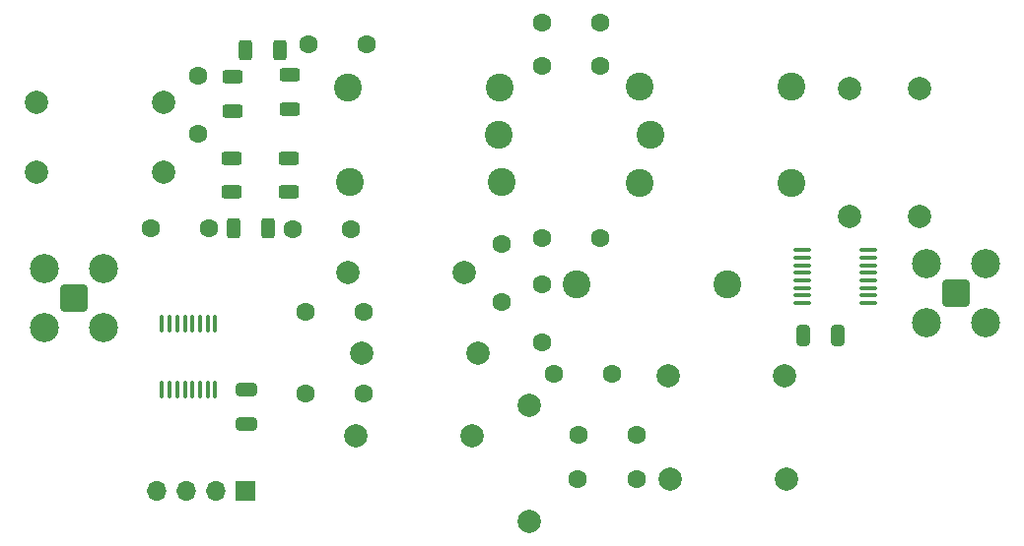
<source format=gbr>
%TF.GenerationSoftware,KiCad,Pcbnew,7.0.1*%
%TF.CreationDate,2023-11-04T13:43:07+00:00*%
%TF.ProjectId,Filter,46696c74-6572-42e6-9b69-6361645f7063,rev?*%
%TF.SameCoordinates,Original*%
%TF.FileFunction,Soldermask,Top*%
%TF.FilePolarity,Negative*%
%FSLAX45Y45*%
G04 Gerber Fmt 4.5, Leading zero omitted, Abs format (unit mm)*
G04 Created by KiCad (PCBNEW 7.0.1) date 2023-11-04 13:43:07*
%MOMM*%
%LPD*%
G01*
G04 APERTURE LIST*
G04 Aperture macros list*
%AMRoundRect*
0 Rectangle with rounded corners*
0 $1 Rounding radius*
0 $2 $3 $4 $5 $6 $7 $8 $9 X,Y pos of 4 corners*
0 Add a 4 corners polygon primitive as box body*
4,1,4,$2,$3,$4,$5,$6,$7,$8,$9,$2,$3,0*
0 Add four circle primitives for the rounded corners*
1,1,$1+$1,$2,$3*
1,1,$1+$1,$4,$5*
1,1,$1+$1,$6,$7*
1,1,$1+$1,$8,$9*
0 Add four rect primitives between the rounded corners*
20,1,$1+$1,$2,$3,$4,$5,0*
20,1,$1+$1,$4,$5,$6,$7,0*
20,1,$1+$1,$6,$7,$8,$9,0*
20,1,$1+$1,$8,$9,$2,$3,0*%
G04 Aperture macros list end*
%ADD10C,2.000000*%
%ADD11RoundRect,0.250000X0.625000X-0.312500X0.625000X0.312500X-0.625000X0.312500X-0.625000X-0.312500X0*%
%ADD12RoundRect,0.250000X-0.650000X0.325000X-0.650000X-0.325000X0.650000X-0.325000X0.650000X0.325000X0*%
%ADD13C,1.600000*%
%ADD14RoundRect,0.250000X-0.625000X0.312500X-0.625000X-0.312500X0.625000X-0.312500X0.625000X0.312500X0*%
%ADD15RoundRect,0.200100X0.949900X-0.949900X0.949900X0.949900X-0.949900X0.949900X-0.949900X-0.949900X0*%
%ADD16C,2.500000*%
%ADD17RoundRect,0.250000X-0.325000X-0.650000X0.325000X-0.650000X0.325000X0.650000X-0.325000X0.650000X0*%
%ADD18RoundRect,0.100000X0.637500X0.100000X-0.637500X0.100000X-0.637500X-0.100000X0.637500X-0.100000X0*%
%ADD19RoundRect,0.250000X-0.312500X-0.625000X0.312500X-0.625000X0.312500X0.625000X-0.312500X0.625000X0*%
%ADD20RoundRect,0.200100X-0.949900X0.949900X-0.949900X-0.949900X0.949900X-0.949900X0.949900X0.949900X0*%
%ADD21C,2.400000*%
%ADD22R,1.700000X1.700000*%
%ADD23O,1.700000X1.700000*%
%ADD24RoundRect,0.100000X-0.100000X0.637500X-0.100000X-0.637500X0.100000X-0.637500X0.100000X0.637500X0*%
G04 APERTURE END LIST*
D10*
%TO.C,L7*%
X14641000Y-9243000D03*
X15641000Y-9243000D03*
%TD*%
%TO.C,L8*%
X15523000Y-8546000D03*
X14523000Y-8546000D03*
%TD*%
D11*
%TO.C,R10*%
X14016750Y-7858750D03*
X14016750Y-7566250D03*
%TD*%
D12*
%TO.C,C15*%
X13654375Y-9555000D03*
X13654375Y-9850000D03*
%TD*%
D13*
%TO.C,C7*%
X16189000Y-8648000D03*
X16189000Y-9148000D03*
%TD*%
D14*
%TO.C,R7*%
X14025000Y-6849750D03*
X14025000Y-7142250D03*
%TD*%
D15*
%TO.C,J1*%
X12168000Y-8770000D03*
D16*
X11914000Y-9024000D03*
X12422000Y-9024000D03*
X11914000Y-8516000D03*
X12422000Y-8516000D03*
%TD*%
D13*
%TO.C,C6*%
X14051000Y-8176000D03*
X14551000Y-8176000D03*
%TD*%
%TO.C,C9*%
X14160000Y-8893000D03*
X14660000Y-8893000D03*
%TD*%
D17*
%TO.C,C17*%
X18436500Y-9091000D03*
X18731500Y-9091000D03*
%TD*%
D13*
%TO.C,C13*%
X16504000Y-9949000D03*
X17004000Y-9949000D03*
%TD*%
D18*
%TO.C,U2*%
X18997000Y-8812000D03*
X18997000Y-8747000D03*
X18997000Y-8682000D03*
X18997000Y-8617000D03*
X18997000Y-8552000D03*
X18997000Y-8487000D03*
X18997000Y-8422000D03*
X18997000Y-8357000D03*
X18424500Y-8357000D03*
X18424500Y-8422000D03*
X18424500Y-8487000D03*
X18424500Y-8552000D03*
X18424500Y-8617000D03*
X18424500Y-8682000D03*
X18424500Y-8747000D03*
X18424500Y-8812000D03*
%TD*%
D13*
%TO.C,C14*%
X16501000Y-10327000D03*
X17001000Y-10327000D03*
%TD*%
D10*
%TO.C,T2*%
X18836000Y-6967000D03*
X18836000Y-8067000D03*
X19436000Y-6967000D03*
X19436000Y-8067000D03*
%TD*%
D13*
%TO.C,C2*%
X14186000Y-6583000D03*
X14686000Y-6583000D03*
%TD*%
D19*
%TO.C,R5*%
X13644000Y-6632750D03*
X13936500Y-6632750D03*
%TD*%
D20*
%TO.C,J4*%
X19745000Y-8727000D03*
D16*
X19999000Y-8473000D03*
X19491000Y-8473000D03*
X19999000Y-8981000D03*
X19491000Y-8981000D03*
%TD*%
D21*
%TO.C,L1*%
X14524000Y-6956000D03*
X15824000Y-6956000D03*
%TD*%
%TO.C,L2*%
X15823500Y-7366000D03*
X17123500Y-7366000D03*
%TD*%
D13*
%TO.C,C4*%
X16191000Y-6769000D03*
X16691000Y-6769000D03*
%TD*%
D22*
%TO.C,J3*%
X13640750Y-10426750D03*
D23*
X13386750Y-10426750D03*
X13132750Y-10426750D03*
X12878750Y-10426750D03*
%TD*%
D13*
%TO.C,C5*%
X12827000Y-8167000D03*
X13327000Y-8167000D03*
%TD*%
%TO.C,C11*%
X16291000Y-9419000D03*
X16791000Y-9419000D03*
%TD*%
D10*
%TO.C,T1*%
X12945000Y-7089000D03*
X11845000Y-7089000D03*
X12945000Y-7689000D03*
X11845000Y-7689000D03*
%TD*%
D21*
%TO.C,L4*%
X14545000Y-7772000D03*
X15845000Y-7772000D03*
%TD*%
D13*
%TO.C,C1*%
X13236000Y-7355000D03*
X13236000Y-6855000D03*
%TD*%
%TO.C,C8*%
X16188000Y-8256000D03*
X16688000Y-8256000D03*
%TD*%
%TO.C,C10*%
X15841000Y-8807000D03*
X15841000Y-8307000D03*
%TD*%
D11*
%TO.C,R8*%
X13524750Y-7859750D03*
X13524750Y-7567250D03*
%TD*%
D10*
%TO.C,L12*%
X17289000Y-10325000D03*
X18289000Y-10325000D03*
%TD*%
D21*
%TO.C,L3*%
X17030000Y-6951000D03*
X18330000Y-6951000D03*
%TD*%
D10*
%TO.C,L10*%
X14588000Y-9952000D03*
X15588000Y-9952000D03*
%TD*%
D19*
%TO.C,R9*%
X13542500Y-8170000D03*
X13835000Y-8170000D03*
%TD*%
D10*
%TO.C,L11*%
X16084000Y-9692000D03*
X16084000Y-10692000D03*
%TD*%
D13*
%TO.C,C12*%
X14162000Y-9589000D03*
X14662000Y-9589000D03*
%TD*%
D14*
%TO.C,R6*%
X13531000Y-6865750D03*
X13531000Y-7158250D03*
%TD*%
D13*
%TO.C,C3*%
X16193000Y-6398000D03*
X16693000Y-6398000D03*
%TD*%
D21*
%TO.C,L5*%
X16488000Y-8649000D03*
X17788000Y-8649000D03*
%TD*%
%TO.C,L6*%
X17031000Y-7782000D03*
X18331000Y-7782000D03*
%TD*%
D10*
%TO.C,L9*%
X17276000Y-9443000D03*
X18276000Y-9443000D03*
%TD*%
D24*
%TO.C,U1*%
X13383125Y-8986500D03*
X13318125Y-8986500D03*
X13253125Y-8986500D03*
X13188125Y-8986500D03*
X13123125Y-8986500D03*
X13058125Y-8986500D03*
X12993125Y-8986500D03*
X12928125Y-8986500D03*
X12928125Y-9559000D03*
X12993125Y-9559000D03*
X13058125Y-9559000D03*
X13123125Y-9559000D03*
X13188125Y-9559000D03*
X13253125Y-9559000D03*
X13318125Y-9559000D03*
X13383125Y-9559000D03*
%TD*%
M02*

</source>
